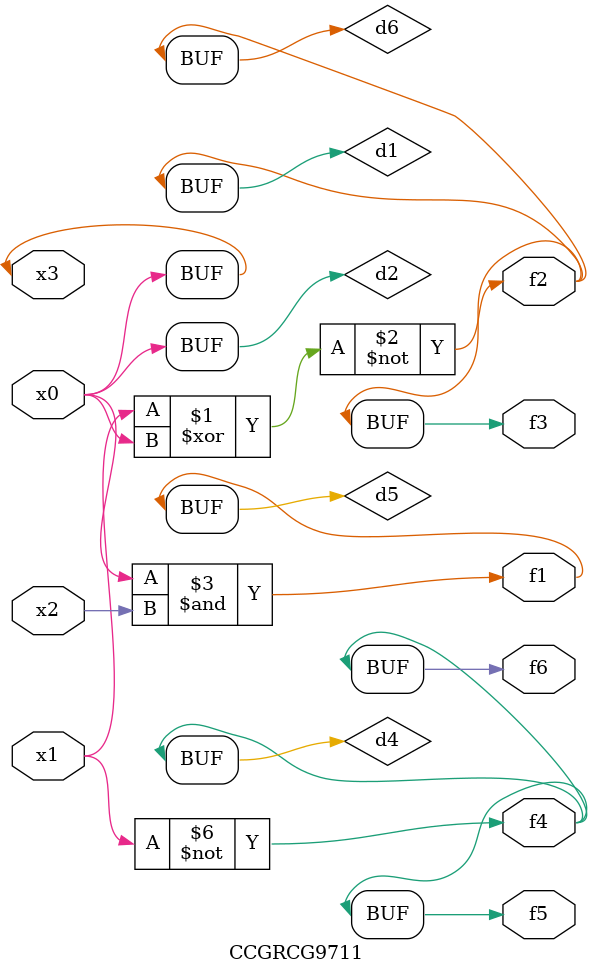
<source format=v>
module CCGRCG9711(
	input x0, x1, x2, x3,
	output f1, f2, f3, f4, f5, f6
);

	wire d1, d2, d3, d4, d5, d6;

	xnor (d1, x1, x3);
	buf (d2, x0, x3);
	nand (d3, x0, x2);
	not (d4, x1);
	nand (d5, d3);
	or (d6, d1);
	assign f1 = d5;
	assign f2 = d6;
	assign f3 = d6;
	assign f4 = d4;
	assign f5 = d4;
	assign f6 = d4;
endmodule

</source>
